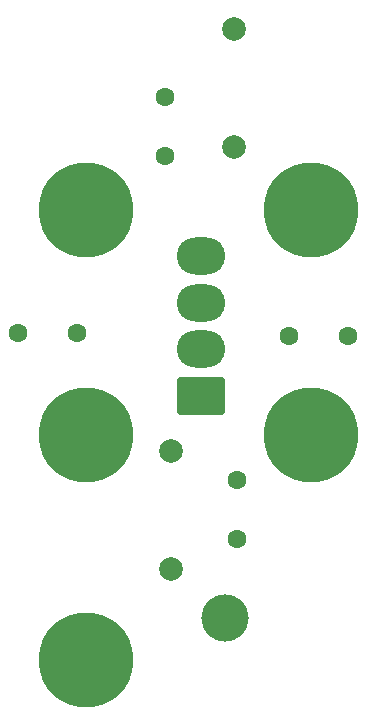
<source format=gbr>
%TF.GenerationSoftware,KiCad,Pcbnew,(6.0.7-1)-1*%
%TF.CreationDate,2022-10-01T11:55:10+02:00*%
%TF.ProjectId,HP6632B_binding_posts,48503636-3332-4425-9f62-696e64696e67,v2.0*%
%TF.SameCoordinates,Original*%
%TF.FileFunction,Soldermask,Bot*%
%TF.FilePolarity,Negative*%
%FSLAX46Y46*%
G04 Gerber Fmt 4.6, Leading zero omitted, Abs format (unit mm)*
G04 Created by KiCad (PCBNEW (6.0.7-1)-1) date 2022-10-01 11:55:10*
%MOMM*%
%LPD*%
G01*
G04 APERTURE LIST*
G04 Aperture macros list*
%AMRoundRect*
0 Rectangle with rounded corners*
0 $1 Rounding radius*
0 $2 $3 $4 $5 $6 $7 $8 $9 X,Y pos of 4 corners*
0 Add a 4 corners polygon primitive as box body*
4,1,4,$2,$3,$4,$5,$6,$7,$8,$9,$2,$3,0*
0 Add four circle primitives for the rounded corners*
1,1,$1+$1,$2,$3*
1,1,$1+$1,$4,$5*
1,1,$1+$1,$6,$7*
1,1,$1+$1,$8,$9*
0 Add four rect primitives between the rounded corners*
20,1,$1+$1,$2,$3,$4,$5,0*
20,1,$1+$1,$4,$5,$6,$7,0*
20,1,$1+$1,$6,$7,$8,$9,0*
20,1,$1+$1,$8,$9,$2,$3,0*%
G04 Aperture macros list end*
%ADD10C,8.000000*%
%ADD11C,2.000000*%
%ADD12C,1.600000*%
%ADD13C,4.000000*%
%ADD14RoundRect,0.250000X1.800000X-1.330000X1.800000X1.330000X-1.800000X1.330000X-1.800000X-1.330000X0*%
%ADD15O,4.100000X3.160000*%
G04 APERTURE END LIST*
D10*
%TO.C,BP2*%
X95050000Y-90450000D03*
%TD*%
D11*
%TO.C,C604*%
X102272000Y-101736000D03*
X102272000Y-91736000D03*
%TD*%
D12*
%TO.C,C605*%
X101764000Y-66764000D03*
X101764000Y-61764000D03*
%TD*%
D10*
%TO.C,BP1*%
X95050000Y-71400000D03*
%TD*%
D12*
%TO.C,C607*%
X112218000Y-82004000D03*
X117218000Y-82004000D03*
%TD*%
%TO.C,C608*%
X107860000Y-99236000D03*
X107860000Y-94236000D03*
%TD*%
D10*
%TO.C,BP5*%
X95050000Y-109500000D03*
%TD*%
D11*
%TO.C,C603*%
X107606000Y-66002000D03*
X107606000Y-56002000D03*
%TD*%
D13*
%TO.C,J1*%
X106844000Y-105880000D03*
%TD*%
D14*
%TO.C,J615*%
X104812000Y-87130000D03*
D15*
X104812000Y-83170000D03*
X104812000Y-79210000D03*
X104812000Y-75250000D03*
%TD*%
D12*
%TO.C,C606*%
X89318000Y-81750000D03*
X94318000Y-81750000D03*
%TD*%
D10*
%TO.C,BP3*%
X114100000Y-71400000D03*
%TD*%
%TO.C,BP4*%
X114100000Y-90450000D03*
%TD*%
M02*

</source>
